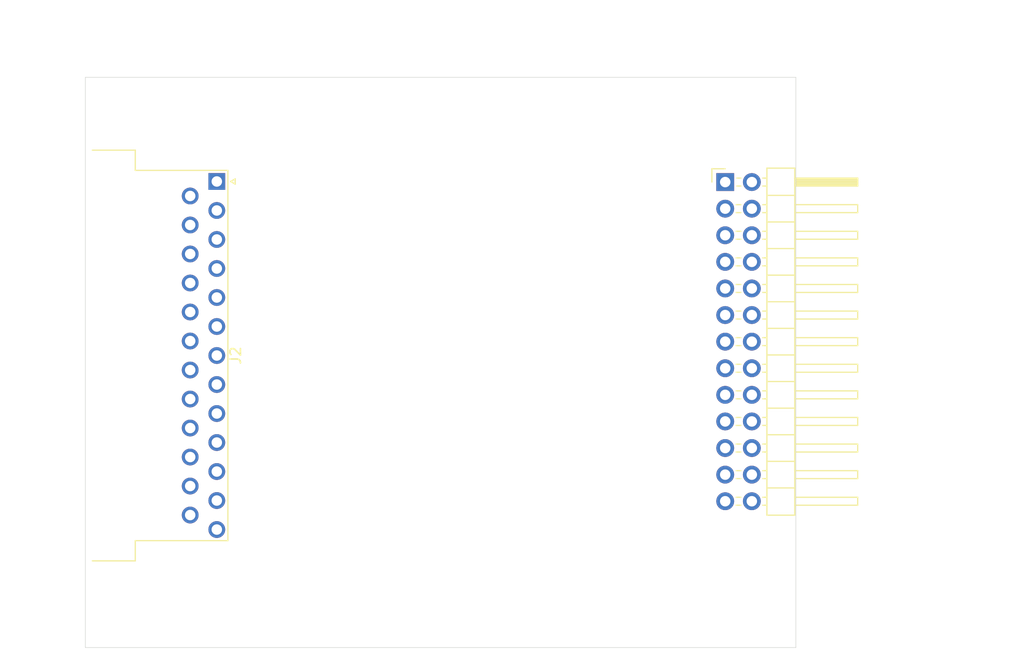
<source format=kicad_pcb>
(kicad_pcb (version 20240108) (generator "pcbnew") (generator_version "8.0")
  (layers (0 "F.Cu" signal) (31 "B.Cu" signal) (34 "B.Paste" user) (35 "F.Paste" user) (36 "B.SilkS" user "B.Silkscreen") (37 "F.SilkS" user "F.Silkscreen") (38 "B.Mask" user) (39 "F.Mask" user) (44 "Edge.Cuts" user))
  (net 0 "")
  (net 1 "DIR_Z")
  (net 2 "pin_18")
  (net 3 "DIR_A")
  (net 4 "GND")
  (net 5 "pin_19")
  (net 6 "pin_21")
  (net 7 "REFERENCE_SW_A")
  (net 8 "TOOL_LENGTH_SENSOR")
  (net 9 "DIR_Y")
  (net 10 "STEP_A")
  (net 11 "STEP_Z")
  (net 12 "EMERGENCY_STOP")
  (net 13 "pin_20")
  (net 14 "STEP_X")
  (net 15 "pin_23")
  (net 16 "pin_22")
  (net 18 "RELAY_1")
  (net 19 "REFERENCE_SW_XYZ")
  (net 20 "DIR_X")
  (net 21 "RELAY_3")
  (net 22 "RELAY_2")
  (net 23 "STEP_Y")
  (net 25 "pin_17")
  (net 26 "pin_15")
  (footprint "MountingHole:MountingHole_3.2mm_M3" (layer "F.Cu") (at 117.35 99.65)
    (property "Reference" "H2" (hide yes))
    (property "Value" "MountingHole")
    (pad "" np_thru_hole circle (at 0 0) (size 3.2 3.2) (drill 3.2) (layers "*.Cu" "*.Mask"))
  )
  (footprint "MountingHole:MountingHole_3.2mm_M3" (layer "F.Cu") (at 117.35 54.8)
    (property "Reference" "H1" (hide yes))
    (property "Value" "MountingHole")
    (pad "" np_thru_hole circle (at 0 0) (size 3.2 3.2) (drill 3.2) (layers "*.Cu" "*.Mask"))
  )
  (footprint "Connector_PinHeader_2.54mm:PinHeader_2x13_P2.54mm_Horizontal" (layer "F.Cu") (at 143.256 60)
    (property "Reference" "J1" (hide yes))
    (property "Value" "Conn_02x13_Odd_Even")
    (fp_line (start -1.27 -1.27) (end 0 -1.27) (stroke (width 0.12)) (layer "F.SilkS"))
    (fp_line (start -1.27 0) (end -1.27 -1.27) (stroke (width 0.12)) (layer "F.SilkS"))
    (fp_line (start 1.042929 2.16) (end 1.497071 2.16) (stroke (width 0.12)) (layer "F.SilkS"))
    (fp_line (start 1.042929 2.92) (end 1.497071 2.92) (stroke (width 0.12)) (layer "F.SilkS"))
    (fp_line (start 1.042929 4.7) (end 1.497071 4.7) (stroke (width 0.12)) (layer "F.SilkS"))
    (fp_line (start 1.042929 5.46) (end 1.497071 5.46) (stroke (width 0.12)) (layer "F.SilkS"))
    (fp_line (start 1.042929 7.24) (end 1.497071 7.24) (stroke (width 0.12)) (layer "F.SilkS"))
    (fp_line (start 1.042929 8) (end 1.497071 8) (stroke (width 0.12)) (layer "F.SilkS"))
    (fp_line (start 1.042929 9.78) (end 1.497071 9.78) (stroke (width 0.12)) (layer "F.SilkS"))
    (fp_line (start 1.042929 10.54) (end 1.497071 10.54) (stroke (width 0.12)) (layer "F.SilkS"))
    (fp_line (start 1.042929 12.32) (end 1.497071 12.32) (stroke (width 0.12)) (layer "F.SilkS"))
    (fp_line (start 1.042929 13.08) (end 1.497071 13.08) (stroke (width 0.12)) (layer "F.SilkS"))
    (fp_line (start 1.042929 14.86) (end 1.497071 14.86) (stroke (width 0.12)) (layer "F.SilkS"))
    (fp_line (start 1.042929 15.62) (end 1.497071 15.62) (stroke (width 0.12)) (layer "F.SilkS"))
    (fp_line (start 1.042929 17.4) (end 1.497071 17.4) (stroke (width 0.12)) (layer "F.SilkS"))
    (fp_line (start 1.042929 18.16) (end 1.497071 18.16) (stroke (width 0.12)) (layer "F.SilkS"))
    (fp_line (start 1.042929 19.94) (end 1.497071 19.94) (stroke (width 0.12)) (layer "F.SilkS"))
    (fp_line (start 1.042929 20.7) (end 1.497071 20.7) (stroke (width 0.12)) (layer "F.SilkS"))
    (fp_line (start 1.042929 22.48) (end 1.497071 22.48) (stroke (width 0.12)) (layer "F.SilkS"))
    (fp_line (start 1.042929 23.24) (end 1.497071 23.24) (stroke (width 0.12)) (layer "F.SilkS"))
    (fp_line (start 1.042929 25.02) (end 1.497071 25.02) (stroke (width 0.12)) (layer "F.SilkS"))
    (fp_line (start 1.042929 25.78) (end 1.497071 25.78) (stroke (width 0.12)) (layer "F.SilkS"))
    (fp_line (start 1.042929 27.56) (end 1.497071 27.56) (stroke (width 0.12)) (layer "F.SilkS"))
    (fp_line (start 1.042929 28.32) (end 1.497071 28.32) (stroke (width 0.12)) (layer "F.SilkS"))
    (fp_line (start 1.042929 30.1) (end 1.497071 30.1) (stroke (width 0.12)) (layer "F.SilkS"))
    (fp_line (start 1.042929 30.86) (end 1.497071 30.86) (stroke (width 0.12)) (layer "F.SilkS"))
    (fp_line (start 1.11 -0.38) (end 1.497071 -0.38) (stroke (width 0.12)) (layer "F.SilkS"))
    (fp_line (start 1.11 0.38) (end 1.497071 0.38) (stroke (width 0.12)) (layer "F.SilkS"))
    (fp_line (start 3.582929 -0.38) (end 3.98 -0.38) (stroke (width 0.12)) (layer "F.SilkS"))
    (fp_line (start 3.582929 0.38) (end 3.98 0.38) (stroke (width 0.12)) (layer "F.SilkS"))
    (fp_line (start 3.582929 2.16) (end 3.98 2.16) (stroke (width 0.12)) (layer "F.SilkS"))
    (fp_line (start 3.582929 2.92) (end 3.98 2.92) (stroke (width 0.12)) (layer "F.SilkS"))
    (fp_line (start 3.582929 4.7) (end 3.98 4.7) (stroke (width 0.12)) (layer "F.SilkS"))
    (fp_line (start 3.582929 5.46) (end 3.98 5.46) (stroke (width 0.12)) (layer "F.SilkS"))
    (fp_line (start 3.582929 7.24) (end 3.98 7.24) (stroke (width 0.12)) (layer "F.SilkS"))
    (fp_line (start 3.582929 8) (end 3.98 8) (stroke (width 0.12)) (layer "F.SilkS"))
    (fp_line (start 3.582929 9.78) (end 3.98 9.78) (stroke (width 0.12)) (layer "F.SilkS"))
    (fp_line (start 3.582929 10.54) (end 3.98 10.54) (stroke (width 0.12)) (layer "F.SilkS"))
    (fp_line (start 3.582929 12.32) (end 3.98 12.32) (stroke (width 0.12)) (layer "F.SilkS"))
    (fp_line (start 3.582929 13.08) (end 3.98 13.08) (stroke (width 0.12)) (layer "F.SilkS"))
    (fp_line (start 3.582929 14.86) (end 3.98 14.86) (stroke (width 0.12)) (layer "F.SilkS"))
    (fp_line (start 3.582929 15.62) (end 3.98 15.62) (stroke (width 0.12)) (layer "F.SilkS"))
    (fp_line (start 3.582929 17.4) (end 3.98 17.4) (stroke (width 0.12)) (layer "F.SilkS"))
    (fp_line (start 3.582929 18.16) (end 3.98 18.16) (stroke (width 0.12)) (layer "F.SilkS"))
    (fp_line (start 3.582929 19.94) (end 3.98 19.94) (stroke (width 0.12)) (layer "F.SilkS"))
    (fp_line (start 3.582929 20.7) (end 3.98 20.7) (stroke (width 0.12)) (layer "F.SilkS"))
    (fp_line (start 3.582929 22.48) (end 3.98 22.48) (stroke (width 0.12)) (layer "F.SilkS"))
    (fp_line (start 3.582929 23.24) (end 3.98 23.24) (stroke (width 0.12)) (layer "F.SilkS"))
    (fp_line (start 3.582929 25.02) (end 3.98 25.02) (stroke (width 0.12)) (layer "F.SilkS"))
    (fp_line (start 3.582929 25.78) (end 3.98 25.78) (stroke (width 0.12)) (layer "F.SilkS"))
    (fp_line (start 3.582929 27.56) (end 3.98 27.56) (stroke (width 0.12)) (layer "F.SilkS"))
    (fp_line (start 3.582929 28.32) (end 3.98 28.32) (stroke (width 0.12)) (layer "F.SilkS"))
    (fp_line (start 3.582929 30.1) (end 3.98 30.1) (stroke (width 0.12)) (layer "F.SilkS"))
    (fp_line (start 3.582929 30.86) (end 3.98 30.86) (stroke (width 0.12)) (layer "F.SilkS"))
    (fp_line (start 3.98 -1.33) (end 3.98 31.81) (stroke (width 0.12)) (layer "F.SilkS"))
    (fp_line (start 3.98 1.27) (end 6.64 1.27) (stroke (width 0.12)) (layer "F.SilkS"))
    (fp_line (start 3.98 3.81) (end 6.64 3.81) (stroke (width 0.12)) (layer "F.SilkS"))
    (fp_line (start 3.98 6.35) (end 6.64 6.35) (stroke (width 0.12)) (layer "F.SilkS"))
    (fp_line (start 3.98 8.89) (end 6.64 8.89) (stroke (width 0.12)) (layer "F.SilkS"))
    (fp_line (start 3.98 11.43) (end 6.64 11.43) (stroke (width 0.12)) (layer "F.SilkS"))
    (fp_line (start 3.98 13.97) (end 6.64 13.97) (stroke (width 0.12)) (layer "F.SilkS"))
    (fp_line (start 3.98 16.51) (end 6.64 16.51) (stroke (width 0.12)) (layer "F.SilkS"))
    (fp_line (start 3.98 19.05) (end 6.64 19.05) (stroke (width 0.12)) (layer "F.SilkS"))
    (fp_line (start 3.98 21.59) (end 6.64 21.59) (stroke (width 0.12)) (layer "F.SilkS"))
    (fp_line (start 3.98 24.13) (end 6.64 24.13) (stroke (width 0.12)) (layer "F.SilkS"))
    (fp_line (start 3.98 26.67) (end 6.64 26.67) (stroke (width 0.12)) (layer "F.SilkS"))
    (fp_line (start 3.98 29.21) (end 6.64 29.21) (stroke (width 0.12)) (layer "F.SilkS"))
    (fp_line (start 3.98 31.81) (end 6.64 31.81) (stroke (width 0.12)) (layer "F.SilkS"))
    (fp_line (start 6.64 -1.33) (end 3.98 -1.33) (stroke (width 0.12)) (layer "F.SilkS"))
    (fp_line (start 6.64 -0.38) (end 12.64 -0.38) (stroke (width 0.12)) (layer "F.SilkS"))
    (fp_line (start 6.64 -0.32) (end 12.64 -0.32) (stroke (width 0.12)) (layer "F.SilkS"))
    (fp_line (start 6.64 -0.2) (end 12.64 -0.2) (stroke (width 0.12)) (layer "F.SilkS"))
    (fp_line (start 6.64 -0.08) (end 12.64 -0.08) (stroke (width 0.12)) (layer "F.SilkS"))
    (fp_line (start 6.64 0.04) (end 12.64 0.04) (stroke (width 0.12)) (layer "F.SilkS"))
    (fp_line (start 6.64 0.16) (end 12.64 0.16) (stroke (width 0.12)) (layer "F.SilkS"))
    (fp_line (start 6.64 0.28) (end 12.64 0.28) (stroke (width 0.12)) (layer "F.SilkS"))
    (fp_line (start 6.64 2.16) (end 12.64 2.16) (stroke (width 0.12)) (layer "F.SilkS"))
    (fp_line (start 6.64 4.7) (end 12.64 4.7) (stroke (width 0.12)) (layer "F.SilkS"))
    (fp_line (start 6.64 7.24) (end 12.64 7.24) (stroke (width 0.12)) (layer "F.SilkS"))
    (fp_line (start 6.64 9.78) (end 12.64 9.78) (stroke (width 0.12)) (layer "F.SilkS"))
    (fp_line (start 6.64 12.32) (end 12.64 12.32) (stroke (width 0.12)) (layer "F.SilkS"))
    (fp_line (start 6.64 14.86) (end 12.64 14.86) (stroke (width 0.12)) (layer "F.SilkS"))
    (fp_line (start 6.64 17.4) (end 12.64 17.4) (stroke (width 0.12)) (layer "F.SilkS"))
    (fp_line (start 6.64 19.94) (end 12.64 19.94) (stroke (width 0.12)) (layer "F.SilkS"))
    (fp_line (start 6.64 22.48) (end 12.64 22.48) (stroke (width 0.12)) (layer "F.SilkS"))
    (fp_line (start 6.64 25.02) (end 12.64 25.02) (stroke (width 0.12)) (layer "F.SilkS"))
    (fp_line (start 6.64 27.56) (end 12.64 27.56) (stroke (width 0.12)) (layer "F.SilkS"))
    (fp_line (start 6.64 30.1) (end 12.64 30.1) (stroke (width 0.12)) (layer "F.SilkS"))
    (fp_line (start 6.64 31.81) (end 6.64 -1.33) (stroke (width 0.12)) (layer "F.SilkS"))
    (fp_line (start 12.64 -0.38) (end 12.64 0.38) (stroke (width 0.12)) (layer "F.SilkS"))
    (fp_line (start 12.64 0.38) (end 6.64 0.38) (stroke (width 0.12)) (layer "F.SilkS"))
    (fp_line (start 12.64 2.16) (end 12.64 2.92) (stroke (width 0.12)) (layer "F.SilkS"))
    (fp_line (start 12.64 2.92) (end 6.64 2.92) (stroke (width 0.12)) (layer "F.SilkS"))
    (fp_line (start 12.64 4.7) (end 12.64 5.46) (stroke (width 0.12)) (layer "F.SilkS"))
    (fp_line (start 12.64 5.46) (end 6.64 5.46) (stroke (width 0.12)) (layer "F.SilkS"))
    (fp_line (start 12.64 7.24) (end 12.64 8) (stroke (width 0.12)) (layer "F.SilkS"))
    (fp_line (start 12.64 8) (end 6.64 8) (stroke (width 0.12)) (layer "F.SilkS"))
    (fp_line (start 12.64 9.78) (end 12.64 10.54) (stroke (width 0.12)) (layer "F.SilkS"))
    (fp_line (start 12.64 10.54) (end 6.64 10.54) (stroke (width 0.12)) (layer "F.SilkS"))
    (fp_line (start 12.64 12.32) (end 12.64 13.08) (stroke (width 0.12)) (layer "F.SilkS"))
    (fp_line (start 12.64 13.08) (end 6.64 13.08) (stroke (width 0.12)) (layer "F.SilkS"))
    (fp_line (start 12.64 14.86) (end 12.64 15.62) (stroke (width 0.12)) (layer "F.SilkS"))
    (fp_line (start 12.64 15.62) (end 6.64 15.62) (stroke (width 0.12)) (layer "F.SilkS"))
    (fp_line (start 12.64 17.4) (end 12.64 18.16) (stroke (width 0.12)) (layer "F.SilkS"))
    (fp_line (start 12.64 18.16) (end 6.64 18.16) (stroke (width 0.12)) (layer "F.SilkS"))
    (fp_line (start 12.64 19.94) (end 12.64 20.7) (stroke (width 0.12)) (layer "F.SilkS"))
    (fp_line (start 12.64 20.7) (end 6.64 20.7) (stroke (width 0.12)) (layer "F.SilkS"))
    (fp_line (start 12.64 22.48) (end 12.64 23.24) (stroke (width 0.12)) (layer "F.SilkS"))
    (fp_line (start 12.64 23.24) (end 6.64 23.24) (stroke (width 0.12)) (layer "F.SilkS"))
    (fp_line (start 12.64 25.02) (end 12.64 25.78) (stroke (width 0.12)) (layer "F.SilkS"))
    (fp_line (start 12.64 25.78) (end 6.64 25.78) (stroke (width 0.12)) (layer "F.SilkS"))
    (fp_line (start 12.64 27.56) (end 12.64 28.32) (stroke (width 0.12)) (layer "F.SilkS"))
    (fp_line (start 12.64 28.32) (end 6.64 28.32) (stroke (width 0.12)) (layer "F.SilkS"))
    (fp_line (start 12.64 30.1) (end 12.64 30.86) (stroke (width 0.12)) (layer "F.SilkS"))
    (fp_line (start 12.64 30.86) (end 6.64 30.86) (stroke (width 0.12)) (layer "F.SilkS"))
    (pad "1" thru_hole rect (at 0 0) (size 1.7 1.7) (drill 1) (layers "*.Cu" "*.Mask") (net 18 "RELAY_1"))
    (pad "2" thru_hole oval (at 2.54 0) (size 1.7 1.7) (drill 1) (layers "*.Cu" "*.Mask") (net 22 "RELAY_2"))
    (pad "3" thru_hole oval (at 0 2.54) (size 1.7 1.7) (drill 1) (layers "*.Cu" "*.Mask") (net 20 "DIR_X"))
    (pad "4" thru_hole oval (at 2.54 2.54) (size 1.7 1.7) (drill 1) (layers "*.Cu" "*.Mask") (net 26 "pin_15"))
    (pad "5" thru_hole oval (at 0 5.08) (size 1.7 1.7) (drill 1) (layers "*.Cu" "*.Mask") (net 14 "STEP_X"))
    (pad "6" thru_hole oval (at 2.54 5.08) (size 1.7 1.7) (drill 1) (layers "*.Cu" "*.Mask") (net 21 "RELAY_3"))
    (pad "7" thru_hole oval (at 0 7.62) (size 1.7 1.7) (drill 1) (layers "*.Cu" "*.Mask") (net 9 "DIR_Y"))
    (pad "8" thru_hole oval (at 2.54 7.62) (size 1.7 1.7) (drill 1) (layers "*.Cu" "*.Mask") (net 25 "pin_17"))
    (pad "9" thru_hole oval (at 0 10.16) (size 1.7 1.7) (drill 1) (layers "*.Cu" "*.Mask") (net 23 "STEP_Y"))
    (pad "10" thru_hole oval (at 2.54 10.16) (size 1.7 1.7) (drill 1) (layers "*.Cu" "*.Mask") (net 2 "pin_18"))
    (pad "11" thru_hole oval (at 0 12.7) (size 1.7 1.7) (drill 1) (layers "*.Cu" "*.Mask") (net 1 "DIR_Z"))
    (pad "12" thru_hole oval (at 2.54 12.7) (size 1.7 1.7) (drill 1) (layers "*.Cu" "*.Mask") (net 5 "pin_19"))
    (pad "13" thru_hole oval (at 0 15.24) (size 1.7 1.7) (drill 1) (layers "*.Cu" "*.Mask") (net 11 "STEP_Z"))
    (pad "14" thru_hole oval (at 2.54 15.24) (size 1.7 1.7) (drill 1) (layers "*.Cu" "*.Mask") (net 13 "pin_20"))
    (pad "15" thru_hole oval (at 0 17.78) (size 1.7 1.7) (drill 1) (layers "*.Cu" "*.Mask") (net 3 "DIR_A"))
    (pad "16" thru_hole oval (at 2.54 17.78) (size 1.7 1.7) (drill 1) (layers "*.Cu" "*.Mask") (net 6 "pin_21"))
    (pad "17" thru_hole oval (at 0 20.32) (size 1.7 1.7) (drill 1) (layers "*.Cu" "*.Mask") (net 10 "STEP_A"))
    (pad "18" thru_hole oval (at 2.54 20.32) (size 1.7 1.7) (drill 1) (layers "*.Cu" "*.Mask") (net 16 "pin_22"))
    (pad "19" thru_hole oval (at 0 22.86) (size 1.7 1.7) (drill 1) (layers "*.Cu" "*.Mask") (net 8 "TOOL_LENGTH_SENSOR"))
    (pad "20" thru_hole oval (at 2.54 22.86) (size 1.7 1.7) (drill 1) (layers "*.Cu" "*.Mask") (net 15 "pin_23"))
    (pad "21" thru_hole oval (at 0 25.4) (size 1.7 1.7) (drill 1) (layers "*.Cu" "*.Mask") (net 12 "EMERGENCY_STOP"))
    (pad "22" thru_hole oval (at 2.54 25.4) (size 1.7 1.7) (drill 1) (layers "*.Cu" "*.Mask") (net 4 "GND"))
    (pad "23" thru_hole oval (at 0 27.94) (size 1.7 1.7) (drill 1) (layers "*.Cu" "*.Mask") (net 19 "REFERENCE_SW_XYZ"))
    (pad "24" thru_hole oval (at 2.54 27.94) (size 1.7 1.7) (drill 1) (layers "*.Cu" "*.Mask"))
    (pad "25" thru_hole oval (at 0 30.48) (size 1.7 1.7) (drill 1) (layers "*.Cu" "*.Mask") (net 7 "REFERENCE_SW_A"))
    (pad "26" thru_hole oval (at 2.54 30.48) (size 1.7 1.7) (drill 1) (layers "*.Cu" "*.Mask"))
  )
  (footprint "Connector_Dsub:DSUB-25_Male_Horizontal_P2.77x2.54mm_EdgePinOffset9.40mm" (layer "F.Cu") (at 94.742 59.944 -90)
    (property "Reference" "J2" (at 16.62 -1.8 90) (layer "F.SilkS"))
    (property "Value" "DB25_Plug")
    (fp_line (start -2.99 11.88) (end -2.99 7.78) (stroke (width 0.12)) (layer "F.SilkS"))
    (fp_line (start -2.99 7.78) (end -1.06 7.78) (stroke (width 0.12)) (layer "F.SilkS"))
    (fp_line (start -1.06 7.78) (end -1.06 -1.06) (stroke (width 0.12)) (layer "F.SilkS"))
    (fp_line (start 34.3 7.78) (end 36.23 7.78) (stroke (width 0.12)) (layer "F.SilkS"))
    (fp_line (start 36.23 7.78) (end 36.23 11.88) (stroke (width 0.12)) (layer "F.SilkS"))
    (fp_line (start -1.06 -1.06) (end 34.3 -1.06) (stroke (width 0.12)) (layer "F.SilkS"))
    (fp_line (start 34.3 -1.06) (end 34.3 7.78) (stroke (width 0.12)) (layer "F.SilkS"))
    (fp_line (start 0 -1.321325) (end -0.25 -1.754338) (stroke (width 0.12)) (layer "F.SilkS"))
    (fp_line (start -0.25 -1.754338) (end 0.25 -1.754338) (stroke (width 0.12)) (layer "F.SilkS"))
    (fp_line (start 0.25 -1.754338) (end 0 -1.321325) (stroke (width 0.12)) (layer "F.SilkS"))
    (pad "1" thru_hole rect (at 0 0 270) (size 1.6 1.6) (drill 1) (layers "*.Cu" "*.Mask") (net 18 "RELAY_1"))
    (pad "2" thru_hole circle (at 2.77 0 270) (size 1.6 1.6) (drill 1) (layers "*.Cu" "*.Mask") (net 20 "DIR_X"))
    (pad "3" thru_hole circle (at 5.54 0 270) (size 1.6 1.6) (drill 1) (layers "*.Cu" "*.Mask") (net 14 "STEP_X"))
    (pad "4" thru_hole circle (at 8.31 0 270) (size 1.6 1.6) (drill 1) (layers "*.Cu" "*.Mask") (net 9 "DIR_Y"))
    (pad "5" thru_hole circle (at 11.08 0 270) (size 1.6 1.6) (drill 1) (layers "*.Cu" "*.Mask") (net 23 "STEP_Y"))
    (pad "6" thru_hole circle (at 13.85 0 270) (size 1.6 1.6) (drill 1) (layers "*.Cu" "*.Mask") (net 1 "DIR_Z"))
    (pad "7" thru_hole circle (at 16.62 0 270) (size 1.6 1.6) (drill 1) (layers "*.Cu" "*.Mask") (net 11 "STEP_Z"))
    (pad "8" thru_hole circle (at 19.39 0 270) (size 1.6 1.6) (drill 1) (layers "*.Cu" "*.Mask") (net 3 "DIR_A"))
    (pad "9" thru_hole circle (at 22.16 0 270) (size 1.6 1.6) (drill 1) (layers "*.Cu" "*.Mask") (net 10 "STEP_A"))
    (pad "10" thru_hole circle (at 24.93 0 270) (size 1.6 1.6) (drill 1) (layers "*.Cu" "*.Mask") (net 8 "TOOL_LENGTH_SENSOR"))
    (pad "11" thru_hole circle (at 27.7 0 270) (size 1.6 1.6) (drill 1) (layers "*.Cu" "*.Mask") (net 12 "EMERGENCY_STOP"))
    (pad "12" thru_hole circle (at 30.47 0 270) (size 1.6 1.6) (drill 1) (layers "*.Cu" "*.Mask") (net 19 "REFERENCE_SW_XYZ"))
    (pad "13" thru_hole circle (at 33.24 0 270) (size 1.6 1.6) (drill 1) (layers "*.Cu" "*.Mask") (net 7 "REFERENCE_SW_A"))
    (pad "14" thru_hole circle (at 1.385 2.54 270) (size 1.6 1.6) (drill 1) (layers "*.Cu" "*.Mask") (net 22 "RELAY_2"))
    (pad "15" thru_hole circle (at 4.155 2.54 270) (size 1.6 1.6) (drill 1) (layers "*.Cu" "*.Mask") (net 26 "pin_15"))
    (pad "16" thru_hole circle (at 6.925 2.54 270) (size 1.6 1.6) (drill 1) (layers "*.Cu" "*.Mask") (net 21 "RELAY_3"))
    (pad "17" thru_hole circle (at 9.695 2.54 270) (size 1.6 1.6) (drill 1) (layers "*.Cu" "*.Mask") (net 25 "pin_17"))
    (pad "18" thru_hole circle (at 12.465 2.54 270) (size 1.6 1.6) (drill 1) (layers "*.Cu" "*.Mask") (net 2 "pin_18"))
    (pad "19" thru_hole circle (at 15.235 2.54 270) (size 1.6 1.6) (drill 1) (layers "*.Cu" "*.Mask") (net 5 "pin_19"))
    (pad "20" thru_hole circle (at 18.005 2.54 270) (size 1.6 1.6) (drill 1) (layers "*.Cu" "*.Mask") (net 13 "pin_20"))
    (pad "21" thru_hole circle (at 20.775 2.54 270) (size 1.6 1.6) (drill 1) (layers "*.Cu" "*.Mask") (net 6 "pin_21"))
    (pad "22" thru_hole circle (at 23.545 2.54 270) (size 1.6 1.6) (drill 1) (layers "*.Cu" "*.Mask") (net 16 "pin_22"))
    (pad "23" thru_hole circle (at 26.315 2.54 270) (size 1.6 1.6) (drill 1) (layers "*.Cu" "*.Mask") (net 15 "pin_23"))
    (pad "24" thru_hole circle (at 29.085 2.54 270) (size 1.6 1.6) (drill 1) (layers "*.Cu" "*.Mask") (net 4 "GND"))
    (pad "25" thru_hole circle (at 31.855 2.54 270) (size 1.6 1.6) (drill 1) (layers "*.Cu" "*.Mask") (net 4 "GND"))
  )
  (gr_line (start 150 50) (end 150 104.45) (stroke (width 0.05)) (layer "Edge.Cuts"))
  (gr_line (start 82.2 50) (end 82.2 104.45) (stroke (width 0.05)) (layer "Edge.Cuts"))
  (gr_line (start 150 50) (end 82.2 50) (stroke (width 0.05)) (layer "Edge.Cuts"))
  (gr_line (start 150 104.45) (end 82.2 104.45) (stroke (width 0.05)) (layer "Edge.Cuts"))
)
</source>
